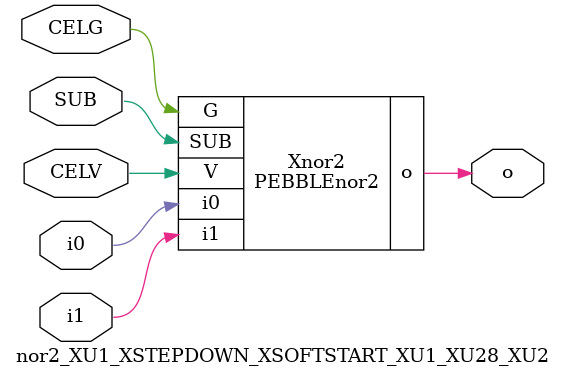
<source format=v>



module PEBBLEnor2 ( o, G, SUB, V, i0, i1 );

  input i0;
  input V;
  input i1;
  input G;
  output o;
  input SUB;
endmodule

//Celera Confidential Do Not Copy nor2_XU1_XSTEPDOWN_XSOFTSTART_XU1_XU28_XU2
//Celera Confidential Symbol Generator
//nor2
module nor2_XU1_XSTEPDOWN_XSOFTSTART_XU1_XU28_XU2 (CELV,CELG,i0,i1,o,SUB);
input CELV;
input CELG;
input i0;
input i1;
input SUB;
output o;

//Celera Confidential Do Not Copy nor2
PEBBLEnor2 Xnor2(
.V (CELV),
.i0 (i0),
.i1 (i1),
.o (o),
.SUB (SUB),
.G (CELG)
);
//,diesize,PEBBLEnor2

//Celera Confidential Do Not Copy Module End
//Celera Schematic Generator
endmodule

</source>
